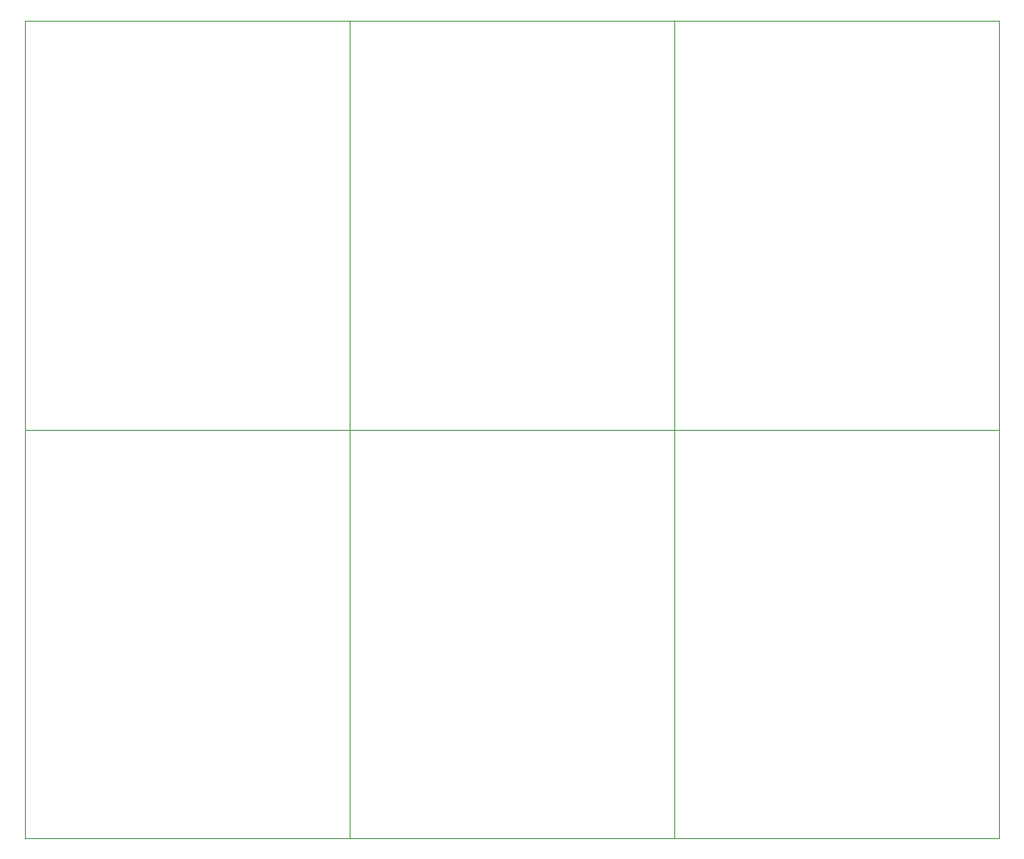
<source format=gbr>
%FSLAX34Y34*%
%MOMM*%
%LNOUTLINE*%
G71*
G01*
%ADD10C, 0.10*%
%LPD*%
G54D10*
X4762Y992188D02*
X334962Y992188D01*
X334962Y576262D01*
X4762Y576262D01*
X4762Y992188D01*
G54D10*
X334962Y992188D02*
X665162Y992188D01*
X665162Y576262D01*
X334962Y576262D01*
X334962Y992188D01*
G54D10*
X665162Y992188D02*
X995362Y992188D01*
X995362Y576262D01*
X665162Y576262D01*
X665162Y992188D01*
G54D10*
X4762Y576262D02*
X334962Y576262D01*
X334962Y160338D01*
X4762Y160338D01*
X4762Y576262D01*
G54D10*
X334962Y576262D02*
X665162Y576262D01*
X665162Y160338D01*
X334962Y160338D01*
X334962Y576262D01*
G54D10*
X665162Y576262D02*
X995362Y576262D01*
X995362Y160338D01*
X665162Y160338D01*
X665162Y576262D01*
M02*

</source>
